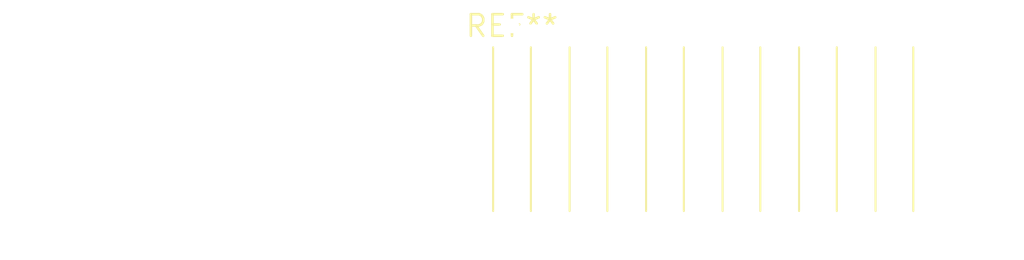
<source format=kicad_pcb>
(kicad_pcb (version 20240108) (generator pcbnew)
  (layers (0 "F.Cu" signal) (31 "B.Cu" signal) (34 "B.Paste" user) (35 "F.Paste" user) (36 "B.SilkS" user "B.Silkscreen") (37 "F.SilkS" user "F.Silkscreen") (38 "B.Mask" user) (39 "F.Mask" user) (44 "Edge.Cuts" user))
  (net 0 "")
  (footprint "SolderWire-0.25sqmm_1x06_P4.5mm_D0.65mm_OD2mm_Relief" (layer "F.Cu") (at 0 0)
    (property "Reference" "REF**")
    (property "Value" "SolderWire-0.25sqmm_1x06_P4.5mm_D0.65mm_OD2mm_Relief")
    (fp_line (start -1.11 1.26) (end -1.11 10.89) (layer "F.SilkS") (stroke (width 0.12)))
    (fp_line (start 1.11 1.26) (end 1.11 10.89) (layer "F.SilkS") (stroke (width 0.12)))
    (fp_line (start 3.39 1.26) (end 3.39 10.89) (layer "F.SilkS") (stroke (width 0.12)))
    (fp_line (start 5.61 1.26) (end 5.61 10.89) (layer "F.SilkS") (stroke (width 0.12)))
    (fp_line (start 7.89 1.26) (end 7.89 10.89) (layer "F.SilkS") (stroke (width 0.12)))
    (fp_line (start 10.11 1.26) (end 10.11 10.89) (layer "F.SilkS") (stroke (width 0.12)))
    (fp_line (start 12.39 1.26) (end 12.39 10.89) (layer "F.SilkS") (stroke (width 0.12)))
    (fp_line (start 14.61 1.26) (end 14.61 10.89) (layer "F.SilkS") (stroke (width 0.12)))
    (fp_line (start 16.89 1.26) (end 16.89 10.89) (layer "F.SilkS") (stroke (width 0.12)))
    (fp_line (start 19.11 1.26) (end 19.11 10.89) (layer "F.SilkS") (stroke (width 0.12)))
    (fp_line (start 21.39 1.26) (end 21.39 10.89) (layer "F.SilkS") (stroke (width 0.12)))
    (fp_line (start 23.61 1.26) (end 23.61 10.89) (layer "F.SilkS") (stroke (width 0.12)))
    (pad "" np_thru_hole circle (at 0 12) (size 2.5 2.5) (drill 2.5) (layers *.Cu *.Mask))
    (pad "" np_thru_hole circle (at 4.5 12) (size 2.5 2.5) (drill 2.5) (layers *.Cu *.Mask))
    (pad "" np_thru_hole circle (at 9 12) (size 2.5 2.5) (drill 2.5) (layers *.Cu *.Mask))
    (pad "" np_thru_hole circle (at 13.5 12) (size 2.5 2.5) (drill 2.5) (layers *.Cu *.Mask))
    (pad "" np_thru_hole circle (at 18 12) (size 2.5 2.5) (drill 2.5) (layers *.Cu *.Mask))
    (pad "" np_thru_hole circle (at 22.5 12) (size 2.5 2.5) (drill 2.5) (layers *.Cu *.Mask))
    (pad "1" thru_hole roundrect (at 0 0) (size 2 2) (drill 0.85) (layers *.Cu *.Mask) (remove_unused_layers) (roundrect_rratio 0.125))
    (pad "2" thru_hole circle (at 4.5 0) (size 2 2) (drill 0.85) (layers *.Cu *.Mask) (remove_unused_layers))
    (pad "3" thru_hole circle (at 9 0) (size 2 2) (drill 0.85) (layers *.Cu *.Mask) (remove_unused_layers))
    (pad "4" thru_hole circle (at 13.5 0) (size 2 2) (drill 0.85) (layers *.Cu *.Mask) (remove_unused_layers))
    (pad "5" thru_hole circle (at 18 0) (size 2 2) (drill 0.85) (layers *.Cu *.Mask) (remove_unused_layers))
    (pad "6" thru_hole circle (at 22.5 0) (size 2 2) (drill 0.85) (layers *.Cu *.Mask) (remove_unused_layers))
  )
)
</source>
